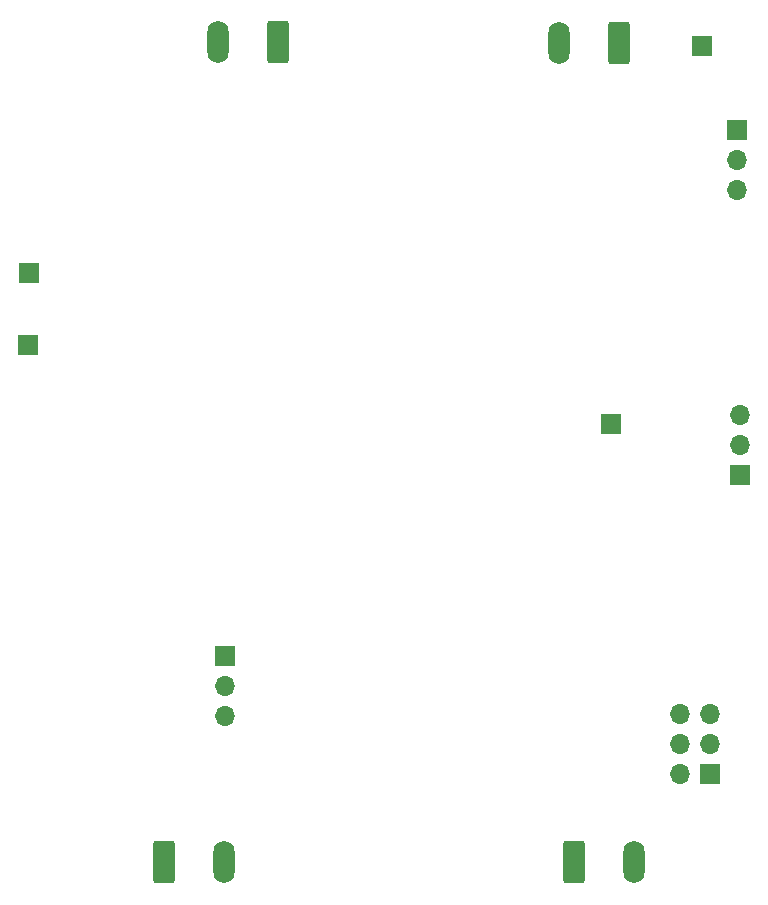
<source format=gbr>
%TF.GenerationSoftware,KiCad,Pcbnew,7.0.9*%
%TF.CreationDate,2024-02-29T12:22:54+05:30*%
%TF.ProjectId,RPS2,52505332-2e6b-4696-9361-645f70636258,rev?*%
%TF.SameCoordinates,Original*%
%TF.FileFunction,Soldermask,Bot*%
%TF.FilePolarity,Negative*%
%FSLAX46Y46*%
G04 Gerber Fmt 4.6, Leading zero omitted, Abs format (unit mm)*
G04 Created by KiCad (PCBNEW 7.0.9) date 2024-02-29 12:22:54*
%MOMM*%
%LPD*%
G01*
G04 APERTURE LIST*
G04 Aperture macros list*
%AMRoundRect*
0 Rectangle with rounded corners*
0 $1 Rounding radius*
0 $2 $3 $4 $5 $6 $7 $8 $9 X,Y pos of 4 corners*
0 Add a 4 corners polygon primitive as box body*
4,1,4,$2,$3,$4,$5,$6,$7,$8,$9,$2,$3,0*
0 Add four circle primitives for the rounded corners*
1,1,$1+$1,$2,$3*
1,1,$1+$1,$4,$5*
1,1,$1+$1,$6,$7*
1,1,$1+$1,$8,$9*
0 Add four rect primitives between the rounded corners*
20,1,$1+$1,$2,$3,$4,$5,0*
20,1,$1+$1,$4,$5,$6,$7,0*
20,1,$1+$1,$6,$7,$8,$9,0*
20,1,$1+$1,$8,$9,$2,$3,0*%
G04 Aperture macros list end*
%ADD10R,1.700000X1.700000*%
%ADD11RoundRect,0.250000X0.650000X1.550000X-0.650000X1.550000X-0.650000X-1.550000X0.650000X-1.550000X0*%
%ADD12O,1.800000X3.600000*%
%ADD13O,1.700000X1.700000*%
%ADD14RoundRect,0.250000X-0.650000X-1.550000X0.650000X-1.550000X0.650000X1.550000X-0.650000X1.550000X0*%
G04 APERTURE END LIST*
D10*
%TO.C,IMON1*%
X116154200Y-76301600D03*
%TD*%
D11*
%TO.C,Vout1*%
X87960200Y-44018200D03*
D12*
X82880200Y-44018200D03*
%TD*%
D10*
%TO.C,RV1*%
X127050800Y-80695800D03*
D13*
X127050800Y-78155800D03*
X127050800Y-75615800D03*
%TD*%
D10*
%TO.C,TEMP1*%
X66827400Y-69672200D03*
%TD*%
D14*
%TO.C,Vin1*%
X78308200Y-113436400D03*
D12*
X83388200Y-113436400D03*
%TD*%
D10*
%TO.C,RV2*%
X126847600Y-51409600D03*
D13*
X126847600Y-53949600D03*
X126847600Y-56489600D03*
%TD*%
D10*
%TO.C,SW1*%
X83489800Y-96001600D03*
D13*
X83489800Y-98541600D03*
X83489800Y-101081600D03*
%TD*%
D10*
%TO.C,J1*%
X124551400Y-105966600D03*
D13*
X122011400Y-105966600D03*
X124551400Y-103426600D03*
X122011400Y-103426600D03*
X124551400Y-100886600D03*
X122011400Y-100886600D03*
%TD*%
D10*
%TO.C,GND2*%
X123850400Y-44323000D03*
%TD*%
%TO.C,TEMP2*%
X66878200Y-63550800D03*
%TD*%
D14*
%TO.C,GND1*%
X113047500Y-113416900D03*
D12*
X118127500Y-113416900D03*
%TD*%
D11*
%TO.C,GND3*%
X116873300Y-44088500D03*
D12*
X111793300Y-44088500D03*
%TD*%
M02*

</source>
